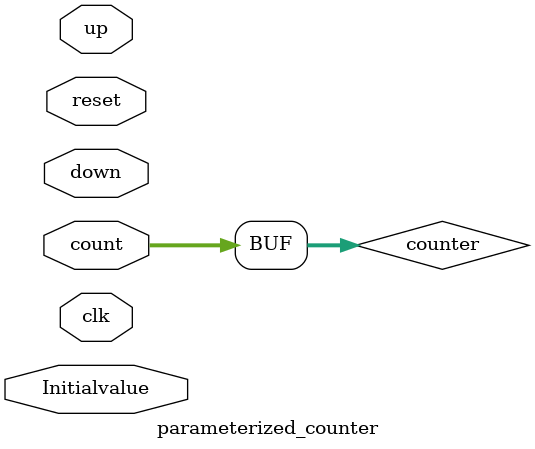
<source format=sv>
module parameterized_counter #(
    parameter WIDTH = 8
)(
    input logic up,
    input logic clk,
    input logic down,
    input logic reset,
    input logic [WIDTH-1 :0] Initialvalue,
    input logic [WIDTH-1: 0] count
);

    logic [WIDTH -1: 0] counter;


    always_ff @(posedge clk or posedge reset) begin
        if (reset) begin
            counter <= Initailvalue;
        end else begin
            if (up && !down) begin
                counter <= counter + 1;
            end else if (down && !up) begin
                counter <= counter - 1;
            end
        end
    end

    assign count = counter;
endmodule



        



</source>
